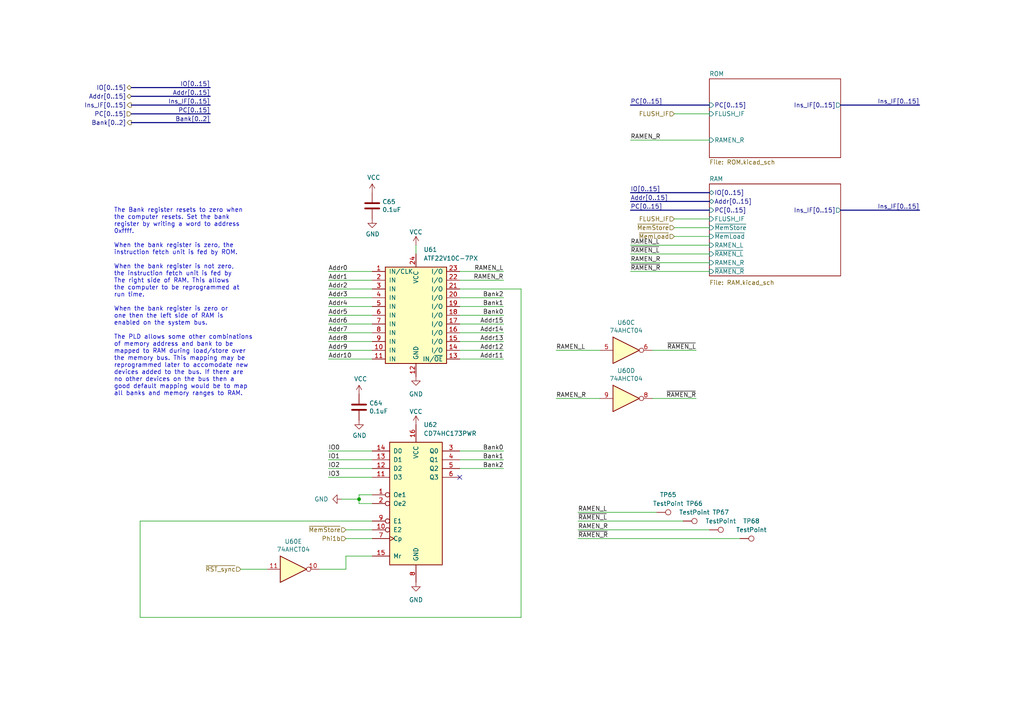
<source format=kicad_sch>
(kicad_sch (version 20250114) (generator "eeschema") (generator_version "9.0")
  (paper "A4")
  (title_block (date "2023-11-25") (rev "A"))
  (lib_symbols
    (symbol "Connector:TestPoint" (pin_numbers (hide yes)) (pin_names (offset 0.762) (hide yes))
      (property "Reference" "TP" (at 0 6.858 0))
      (property "Value" "TestPoint" (at 0 5.08 0))
      (symbol "TestPoint_0_1"
        (circle (center 0 3.302) (radius 0.762))
      )
      (symbol "TestPoint_1_1"
        (pin passive line (at 0 0 90) (length 2.54) (name "1") (number "1"))
      )
    )
    (symbol "Device:C" (pin_numbers (hide yes)) (pin_names (offset 0.254))
      (property "Reference" "C" (at 0.635 2.54 0))
      (property "Value" "C" (at 0.635 -2.54 0))
      (symbol "C_0_1"
        (polyline (pts (xy -2.032 0.762) (xy 2.032 0.762)) (stroke (width 0.508)))
        (polyline (pts (xy -2.032 -0.762) (xy 2.032 -0.762)) (stroke (width 0.508)))
      )
      (symbol "C_1_1"
        (pin passive line (at 0 3.81 270) (length 2.794) (name "~") (number "1"))
        (pin passive line (at 0 -3.81 90) (length 2.794) (name "~") (number "2"))
      )
    )
    (symbol "Turtle16:74AHCT04"
      (property "Reference" "U" (at 0 1.27 0))
      (property "Value" "74AHCT04" (at 0 -1.27 0))
      (symbol "74AHCT04_1_0"
        (polyline (pts (xy -3.81 3.81) (xy -3.81 -3.81) (xy 3.81 0) (xy -3.81 3.81)) (stroke (width 0.254)) (fill (type background)))
        (pin input line (at -7.62 0 0) (length 3.81) (name "~") (number "1"))
        (pin output inverted (at 7.62 0 180) (length 3.81) (name "~") (number "2"))
      )
      (symbol "74AHCT04_2_0"
        (polyline (pts (xy -3.81 3.81) (xy -3.81 -3.81) (xy 3.81 0) (xy -3.81 3.81)) (stroke (width 0.254)) (fill (type background)))
        (pin input line (at -7.62 0 0) (length 3.81) (name "~") (number "3"))
        (pin output inverted (at 7.62 0 180) (length 3.81) (name "~") (number "4"))
      )
      (symbol "74AHCT04_3_0"
        (polyline (pts (xy -3.81 3.81) (xy -3.81 -3.81) (xy 3.81 0) (xy -3.81 3.81)) (stroke (width 0.254)) (fill (type background)))
        (pin input line (at -7.62 0 0) (length 3.81) (name "~") (number "5"))
        (pin output inverted (at 7.62 0 180) (length 3.81) (name "~") (number "6"))
      )
      (symbol "74AHCT04_4_0"
        (polyline (pts (xy -3.81 3.81) (xy -3.81 -3.81) (xy 3.81 0) (xy -3.81 3.81)) (stroke (width 0.254)) (fill (type background)))
        (pin input line (at -7.62 0 0) (length 3.81) (name "~") (number "9"))
        (pin output inverted (at 7.62 0 180) (length 3.81) (name "~") (number "8"))
      )
      (symbol "74AHCT04_5_0"
        (polyline (pts (xy -3.81 3.81) (xy -3.81 -3.81) (xy 3.81 0) (xy -3.81 3.81)) (stroke (width 0.254)) (fill (type background)))
        (pin input line (at -7.62 0 0) (length 3.81) (name "~") (number "11"))
        (pin output inverted (at 7.62 0 180) (length 3.81) (name "~") (number "10"))
      )
      (symbol "74AHCT04_6_0"
        (polyline (pts (xy -3.81 3.81) (xy -3.81 -3.81) (xy 3.81 0) (xy -3.81 3.81)) (stroke (width 0.254)) (fill (type background)))
        (pin input line (at -7.62 0 0) (length 3.81) (name "~") (number "13"))
        (pin output inverted (at 7.62 0 180) (length 3.81) (name "~") (number "12"))
      )
      (symbol "74AHCT04_7_0"
        (pin power_in line (at 0 12.7 270) (length 5.08) (name "VCC") (number "14"))
        (pin power_in line (at 0 -12.7 90) (length 5.08) (name "GND") (number "7"))
      )
      (symbol "74AHCT04_7_1"
        (rectangle (start -5.08 7.62) (end 5.08 -7.62) (stroke (width 0.254)) (fill (type background)))
      )
    )
    (symbol "Turtle16:ATF22V10C" (pin_names (offset 1.016))
      (symbol "ATF22V10C_1_1"
        (rectangle (start -8.89 -15.24) (end 8.89 12.7) (stroke (width 0.254)) (fill (type background)))
        (pin input line (at -12.7 11.43 0) (length 3.81) (name "IN/CLK") (number "1"))
        (pin input line (at -12.7 8.89 0) (length 3.81) (name "IN") (number "2"))
        (pin input line (at -12.7 6.35 0) (length 3.81) (name "IN") (number "3"))
        (pin input line (at -12.7 3.81 0) (length 3.81) (name "IN") (number "4"))
        (pin input line (at -12.7 1.27 0) (length 3.81) (name "IN") (number "5"))
        (pin input line (at -12.7 -1.27 0) (length 3.81) (name "IN") (number "6"))
        (pin input line (at -12.7 -3.81 0) (length 3.81) (name "IN") (number "7"))
        (pin input line (at -12.7 -6.35 0) (length 3.81) (name "IN") (number "8"))
        (pin input line (at -12.7 -8.89 0) (length 3.81) (name "IN") (number "9"))
        (pin input line (at -12.7 -11.43 0) (length 3.81) (name "IN") (number "10"))
        (pin input line (at -12.7 -13.97 0) (length 3.81) (name "IN") (number "11"))
        (pin power_in line (at 0 16.51 270) (length 3.81) (name "VCC") (number "24"))
        (pin power_in line (at 0 -19.05 90) (length 3.81) (name "GND") (number "12"))
        (pin passive line (at 12.7 11.43 180) (length 3.81) (name "I/O") (number "23"))
        (pin passive line (at 12.7 8.89 180) (length 3.81) (name "I/O") (number "22"))
        (pin passive line (at 12.7 6.35 180) (length 3.81) (name "I/O") (number "21"))
        (pin passive line (at 12.7 3.81 180) (length 3.81) (name "I/O") (number "20"))
        (pin passive line (at 12.7 1.27 180) (length 3.81) (name "I/O") (number "19"))
        (pin passive line (at 12.7 -1.27 180) (length 3.81) (name "I/O") (number "18"))
        (pin passive line (at 12.7 -3.81 180) (length 3.81) (name "I/O") (number "17"))
        (pin passive line (at 12.7 -6.35 180) (length 3.81) (name "I/O") (number "16"))
        (pin passive line (at 12.7 -8.89 180) (length 3.81) (name "I/O") (number "15"))
        (pin passive line (at 12.7 -11.43 180) (length 3.81) (name "I/O") (number "14"))
        (pin input line (at 12.7 -13.97 180) (length 3.81) (name "IN/~{OE}") (number "13"))
      )
    )
    (symbol "Turtle16:CD74HC173PWR" (pin_names (offset 1.016))
      (property "Reference" "U" (at 8.89 21.59 0))
      (property "Value" "CD74HC173PWR" (at 8.89 19.05 0))
      (symbol "CD74HC173PWR_1_0"
        (pin input line (at -12.7 15.24 0) (length 5.08) (name "D0") (number "14"))
        (pin input line (at -12.7 12.7 0) (length 5.08) (name "D1") (number "13"))
        (pin input line (at -12.7 10.16 0) (length 5.08) (name "D2") (number "12"))
        (pin input line (at -12.7 7.62 0) (length 5.08) (name "D3") (number "11"))
        (pin input inverted (at -12.7 2.54 0) (length 5.08) (name "Oe1") (number "1"))
        (pin input inverted (at -12.7 0 0) (length 5.08) (name "Oe2") (number "2"))
        (pin input inverted (at -12.7 -5.08 0) (length 5.08) (name "E1") (number "9"))
        (pin input inverted (at -12.7 -7.62 0) (length 5.08) (name "E2") (number "10"))
        (pin input clock (at -12.7 -10.16 0) (length 5.08) (name "Cp") (number "7"))
        (pin input line (at -12.7 -15.24 0) (length 5.08) (name "Mr") (number "15"))
        (pin power_in line (at 0 22.86 270) (length 5.08) (name "VCC") (number "16"))
        (pin power_in line (at 0 -22.86 90) (length 5.08) (name "GND") (number "8"))
        (pin tri_state line (at 12.7 15.24 180) (length 5.08) (name "Q0") (number "3"))
        (pin tri_state line (at 12.7 12.7 180) (length 5.08) (name "Q1") (number "4"))
        (pin tri_state line (at 12.7 10.16 180) (length 5.08) (name "Q2") (number "5"))
        (pin tri_state line (at 12.7 7.62 180) (length 5.08) (name "Q3") (number "6"))
      )
      (symbol "CD74HC173PWR_1_1"
        (rectangle (start -7.62 17.78) (end 7.62 -17.78) (stroke (width 0.254)) (fill (type background)))
      )
    )
    (symbol "power:GND" (power) (pin_names (offset 0))
      (property "Value" "GND" (at 0 -3.81 0))
      (symbol "GND_0_1"
        (polyline (pts (xy 0 0) (xy 0 -1.27) (xy 1.27 -1.27) (xy 0 -2.54) (xy -1.27 -1.27) (xy 0 -1.27)))
      )
      (symbol "GND_1_1"
        (pin power_in line (at 0 0 270) (length 0) (hide yes) (name "GND") (number "1"))
      )
    )
    (symbol "power:VCC" (power) (pin_names (offset 0))
      (property "Value" "VCC" (at 0 3.81 0))
      (symbol "VCC_0_1"
        (polyline (pts (xy -0.762 1.27) (xy 0 2.54)))
        (polyline (pts (xy 0 2.54) (xy 0.762 1.27)))
        (polyline (pts (xy 0 0) (xy 0 2.54)))
      )
      (symbol "VCC_1_1"
        (pin power_in line (at 0 0 90) (length 0) (hide yes) (name "VCC") (number "1"))
      )
    )
  )
  (text "The Bank register resets to zero when\nthe computer resets. Set the bank\nregister by writing a word to address\n0xffff.\n\nWhen the bank register is zero, the\ninstruction fetch unit is fed by ROM.\n\nWhen the bank register is not zero,\nthe instruction fetch unit is fed by\nThe right side of RAM. This allows\nthe computer to be reprogrammed at\nrun time.\n\nWhen the bank register is zero or\none then the left side of RAM is\nenabled on the system bus.\n\nThe PLD allows some other combinations\nof memory address and bank to be\nmapped to RAM during load/store over\nthe memory bus. This mapping may be\nreprogrammed later to accomodate new\ndevices added to the bus. If there are\nno other devices on the bus then a\ngood default mapping would be to map\nall banks and memory ranges to RAM." (at 33.02 114.935 0) (effects (font (size 1.27 1.27)) (justify left bottom)))
  (junction (at 104.14 144.78))
  (no_connect (at 133.35 138.43))
  (wire (pts (xy 146.05 135.89) (xy 133.35 135.89)))
  (bus (pts (xy 243.84 60.96) (xy 266.7 60.96)))
  (wire (pts (xy 104.14 144.78) (xy 104.14 146.05)))
  (wire (pts (xy 95.25 135.89) (xy 107.95 135.89)))
  (wire (pts (xy 95.25 88.9) (xy 107.95 88.9)))
  (wire (pts (xy 146.05 78.74) (xy 133.35 78.74)))
  (bus (pts (xy 38.1 33.02) (xy 60.96 33.02)))
  (wire (pts (xy 100.33 165.1) (xy 100.33 161.29)))
  (bus (pts (xy 205.74 30.48) (xy 182.88 30.48)))
  (wire (pts (xy 95.25 138.43) (xy 107.95 138.43)))
  (wire (pts (xy 40.64 151.13) (xy 107.95 151.13)))
  (wire (pts (xy 95.25 133.35) (xy 107.95 133.35)))
  (bus (pts (xy 205.74 60.96) (xy 182.88 60.96)))
  (wire (pts (xy 95.25 130.81) (xy 107.95 130.81)))
  (wire (pts (xy 201.93 115.57) (xy 189.23 115.57)))
  (wire (pts (xy 182.88 40.64) (xy 205.74 40.64)))
  (wire (pts (xy 95.25 91.44) (xy 107.95 91.44)))
  (wire (pts (xy 146.05 91.44) (xy 133.35 91.44)))
  (wire (pts (xy 146.05 86.36) (xy 133.35 86.36)))
  (wire (pts (xy 146.05 104.14) (xy 133.35 104.14)))
  (wire (pts (xy 69.85 165.1) (xy 77.47 165.1)))
  (wire (pts (xy 95.25 81.28) (xy 107.95 81.28)))
  (wire (pts (xy 146.05 88.9) (xy 133.35 88.9)))
  (wire (pts (xy 99.06 144.78) (xy 104.14 144.78)))
  (wire (pts (xy 182.88 73.66) (xy 205.74 73.66)))
  (wire (pts (xy 146.05 133.35) (xy 133.35 133.35)))
  (bus (pts (xy 38.1 35.56) (xy 60.96 35.56)))
  (wire (pts (xy 95.25 101.6) (xy 107.95 101.6)))
  (wire (pts (xy 167.64 156.21) (xy 214.63 156.21)))
  (wire (pts (xy 195.58 68.58) (xy 205.74 68.58)))
  (wire (pts (xy 40.64 151.13) (xy 40.64 179.07)))
  (bus (pts (xy 205.74 55.88) (xy 182.88 55.88)))
  (wire (pts (xy 104.14 146.05) (xy 107.95 146.05)))
  (wire (pts (xy 151.13 83.82) (xy 151.13 179.07)))
  (wire (pts (xy 146.05 101.6) (xy 133.35 101.6)))
  (wire (pts (xy 133.35 83.82) (xy 151.13 83.82)))
  (bus (pts (xy 38.1 30.48) (xy 60.96 30.48)))
  (wire (pts (xy 146.05 99.06) (xy 133.35 99.06)))
  (bus (pts (xy 205.74 58.42) (xy 182.88 58.42)))
  (wire (pts (xy 195.58 33.02) (xy 205.74 33.02)))
  (wire (pts (xy 95.25 83.82) (xy 107.95 83.82)))
  (wire (pts (xy 146.05 81.28) (xy 133.35 81.28)))
  (wire (pts (xy 146.05 93.98) (xy 133.35 93.98)))
  (wire (pts (xy 182.88 78.74) (xy 205.74 78.74)))
  (wire (pts (xy 95.25 99.06) (xy 107.95 99.06)))
  (wire (pts (xy 95.25 104.14) (xy 107.95 104.14)))
  (wire (pts (xy 95.25 78.74) (xy 107.95 78.74)))
  (wire (pts (xy 92.71 165.1) (xy 100.33 165.1)))
  (wire (pts (xy 100.33 161.29) (xy 107.95 161.29)))
  (wire (pts (xy 120.65 71.12) (xy 120.65 73.66)))
  (wire (pts (xy 100.33 153.67) (xy 107.95 153.67)))
  (wire (pts (xy 95.25 96.52) (xy 107.95 96.52)))
  (wire (pts (xy 100.33 156.21) (xy 107.95 156.21)))
  (wire (pts (xy 182.88 71.12) (xy 205.74 71.12)))
  (wire (pts (xy 167.64 148.59) (xy 190.5 148.59)))
  (wire (pts (xy 95.25 86.36) (xy 107.95 86.36)))
  (wire (pts (xy 95.25 93.98) (xy 107.95 93.98)))
  (wire (pts (xy 195.58 63.5) (xy 205.74 63.5)))
  (wire (pts (xy 201.93 101.6) (xy 189.23 101.6)))
  (wire (pts (xy 167.64 151.13) (xy 198.12 151.13)))
  (bus (pts (xy 38.1 25.4) (xy 60.96 25.4)))
  (wire (pts (xy 146.05 130.81) (xy 133.35 130.81)))
  (wire (pts (xy 40.64 179.07) (xy 151.13 179.07)))
  (wire (pts (xy 167.64 153.67) (xy 205.74 153.67)))
  (wire (pts (xy 104.14 143.51) (xy 104.14 144.78)))
  (wire (pts (xy 161.29 101.6) (xy 173.99 101.6)))
  (bus (pts (xy 38.1 27.94) (xy 60.96 27.94)))
  (wire (pts (xy 107.95 143.51) (xy 104.14 143.51)))
  (wire (pts (xy 146.05 96.52) (xy 133.35 96.52)))
  (wire (pts (xy 182.88 76.2) (xy 205.74 76.2)))
  (bus (pts (xy 243.84 30.48) (xy 266.7 30.48)))
  (wire (pts (xy 161.29 115.57) (xy 173.99 115.57)))
  (wire (pts (xy 195.58 66.04) (xy 205.74 66.04)))
  (label "Addr15" (at 146.05 93.98 180))
  (label "~{RAMEN_L}" (at 182.88 73.66 0))
  (label "Addr7" (at 95.25 96.52 0))
  (label "Addr1" (at 95.25 81.28 0))
  (label "RAMEN_L" (at 167.64 148.59 0))
  (label "~{RAMEN_R}" (at 167.64 156.21 0))
  (label "RAMEN_L" (at 182.88 71.12 0))
  (label "Addr9" (at 95.25 101.6 0))
  (label "PC[0..15]" (at 182.88 30.48 0))
  (label "Addr13" (at 146.05 99.06 180))
  (label "RAMEN_R" (at 167.64 153.67 0))
  (label "Addr14" (at 146.05 96.52 180))
  (label "~{RAMEN_R}" (at 201.93 115.57 180))
  (label "Bank0" (at 146.05 91.44 180))
  (label "Addr[0..15]" (at 182.88 58.42 0))
  (label "Bank1" (at 146.05 133.35 180))
  (label "Addr3" (at 95.25 86.36 0))
  (label "Bank[0..2]" (at 60.96 35.56 180))
  (label "Addr6" (at 95.25 93.98 0))
  (label "Ins_IF[0..15]" (at 266.7 30.48 180))
  (label "RAMEN_L" (at 161.29 101.6 0))
  (label "RAMEN_R" (at 182.88 76.2 0))
  (label "IO2" (at 95.25 135.89 0))
  (label "Addr11" (at 146.05 104.14 180))
  (label "~{RAMEN_L}" (at 201.93 101.6 180))
  (label "Ins_IF[0..15]" (at 60.96 30.48 180))
  (label "~{RAMEN_L}" (at 167.64 151.13 0))
  (label "Addr10" (at 95.25 104.14 0))
  (label "Addr5" (at 95.25 91.44 0))
  (label "Ins_IF[0..15]" (at 266.7 60.96 180))
  (label "Bank0" (at 146.05 130.81 180))
  (label "Addr0" (at 95.25 78.74 0))
  (label "IO[0..15]" (at 60.96 25.4 180))
  (label "PC[0..15]" (at 60.96 33.02 180))
  (label "Addr8" (at 95.25 99.06 0))
  (label "Addr2" (at 95.25 83.82 0))
  (label "Bank2" (at 146.05 86.36 180))
  (label "RAMEN_R" (at 146.05 81.28 180))
  (label "Addr4" (at 95.25 88.9 0))
  (label "IO1" (at 95.25 133.35 0))
  (label "Bank1" (at 146.05 88.9 180))
  (label "IO[0..15]" (at 182.88 55.88 0))
  (label "Bank2" (at 146.05 135.89 180))
  (label "PC[0..15]" (at 182.88 60.96 0))
  (label "RAMEN_R" (at 161.29 115.57 0))
  (label "RAMEN_R" (at 182.88 40.64 0))
  (label "IO0" (at 95.25 130.81 0))
  (label "RAMEN_L" (at 146.05 78.74 180))
  (label "IO3" (at 95.25 138.43 0))
  (label "Addr[0..15]" (at 60.96 27.94 180))
  (label "~{RAMEN_R}" (at 182.88 78.74 0))
  (label "Addr12" (at 146.05 101.6 180))
  (hierarchical_label "Phi1b" (shape input) (at 100.33 156.21 180))
  (hierarchical_label "PC[0..15]" (shape input) (at 38.1 33.02 180))
  (hierarchical_label "~{MemStore}" (shape input) (at 100.33 153.67 180))
  (hierarchical_label "IO[0..15]" (shape tri_state) (at 38.1 25.4 180))
  (hierarchical_label "~{RST_sync}" (shape input) (at 69.85 165.1 180))
  (hierarchical_label "Addr[0..15]" (shape tri_state) (at 38.1 27.94 180))
  (hierarchical_label "Bank[0..2]" (shape output) (at 38.1 35.56 180))
  (hierarchical_label "~{MemStore}" (shape input) (at 195.58 66.04 180))
  (hierarchical_label "FLUSH_IF" (shape input) (at 195.58 33.02 180))
  (hierarchical_label "Ins_IF[0..15]" (shape output) (at 38.1 30.48 180))
  (hierarchical_label "~{MemLoad}" (shape input) (at 195.58 68.58 180))
  (hierarchical_label "FLUSH_IF" (shape input) (at 195.58 63.5 180))
  (symbol (lib_id "Turtle16:ATF22V10C") (at 120.65 90.17 0) (unit 1)
    (property "Reference" "U61" (at 122.8441 72.39 0) (effects (justify left)))
    (property "Value" "ATF22V10C-7PX" (at 122.8441 74.93 0) (effects (justify left)))
    (property "Footprint" "Package_DIP:DIP-24_W7.62mm_Socket" (effects (hide yes)))
    (property "Datasheet" "https://www.mouser.com/datasheet/2/268/doc0735-1369018.pdf" (effects (hide yes)))
    (property "Manufacturer" "Microchip Technology" (effects (hide yes)))
    (property "Manufacturer#" "ATF22V10C-7PX" (effects (hide yes)))
    (property "Mouser#" "556-AF22V10C7PX" (effects (hide yes)))
    (property "Digikey#" "ATF22V10C-7PX-ND" (effects (hide yes)))
  )
  (symbol (lib_id "power:GND") (at 104.14 121.92 0) (unit 1)
    (property "Reference" "#PWR0380" (effects (hide yes)))
    (property "Value" "GND" (at 104.267 126.3142 0))
  )
  (symbol (lib_id "Turtle16:74AHCT04") (at 181.61 115.57 0) (unit 4)
    (property "Reference" "U60" (at 181.61 107.5182 0))
    (property "Value" "74AHCT04" (at 181.61 109.8296 0))
    (property "Footprint" "Package_SO:TSSOP-14_4.4x5mm_P0.65mm" (effects (hide yes)))
    (property "Datasheet" "https://assets.nexperia.com/documents/data-sheet/74AHC_AHCT04.pdf" (effects (hide yes)))
    (property "Manufacturer" "Nexperia" (effects (hide yes)))
    (property "Manufacturer#" "74AHCT04APWJ" (effects (hide yes)))
    (property "Mouser#" "771-74AHCT04APWJ" (effects (hide yes)))
    (property "Digikey#" "1727-74AHCT04APWJCT-ND" (effects (hide yes)))
  )
  (symbol (lib_id "power:GND") (at 99.06 144.78 270) (unit 1)
    (property "Reference" "#PWR0378" (effects (hide yes)))
    (property "Value" "GND" (at 95.25 144.7799 90) (effects (justify right)))
  )
  (symbol (lib_id "Device:C") (at 107.95 59.69 0) (unit 1)
    (property "Reference" "C65" (at 110.871 58.5216 0) (effects (justify left)))
    (property "Value" "0.1uF" (at 110.871 60.833 0) (effects (justify left)))
    (property "Footprint" "Capacitor_SMD:C_0603_1608Metric" (effects (hide yes)))
    (property "Datasheet" "https://www.mouser.com/datasheet/2/396/taiyo_yuden_12132018_mlcc11_hq_e-1510082.pdf" (effects (hide yes)))
    (property "Manufacturer" "Taiyo Yuden" (effects (hide yes)))
    (property "Manufacturer#" "EMK107B7104KAHT" (effects (hide yes)))
    (property "Mouser#" "963-EMK107B7104KAHT" (effects (hide yes)))
    (property "Digikey#" "587-6004-1-ND" (effects (hide yes)))
  )
  (symbol (lib_id "Device:C") (at 104.14 118.11 0) (unit 1)
    (property "Reference" "C64" (at 107.061 116.9416 0) (effects (justify left)))
    (property "Value" "0.1uF" (at 107.061 119.253 0) (effects (justify left)))
    (property "Footprint" "Capacitor_SMD:C_0603_1608Metric" (effects (hide yes)))
    (property "Datasheet" "https://www.mouser.com/datasheet/2/396/taiyo_yuden_12132018_mlcc11_hq_e-1510082.pdf" (effects (hide yes)))
    (property "Manufacturer" "Taiyo Yuden" (effects (hide yes)))
    (property "Manufacturer#" "EMK107B7104KAHT" (effects (hide yes)))
    (property "Mouser#" "963-EMK107B7104KAHT" (effects (hide yes)))
    (property "Digikey#" "587-6004-1-ND" (effects (hide yes)))
  )
  (symbol (lib_id "Connector:TestPoint") (at 214.63 156.21 270) (mirror x) (unit 1) (in_bom no)
    (property "Reference" "TP68" (at 217.932 151.13 90))
    (property "Value" "TestPoint" (at 217.932 153.67 90))
    (property "Footprint" "TestPoint:TestPoint_Pad_D1.0mm" (effects (hide yes)))
  )
  (symbol (lib_id "Turtle16:74AHCT04") (at 85.09 165.1 0) (unit 5)
    (property "Reference" "U60" (at 85.09 157.0482 0))
    (property "Value" "74AHCT04" (at 85.09 159.3596 0))
    (property "Footprint" "Package_SO:TSSOP-14_4.4x5mm_P0.65mm" (effects (hide yes)))
    (property "Datasheet" "https://assets.nexperia.com/documents/data-sheet/74AHC_AHCT04.pdf" (effects (hide yes)))
    (property "Manufacturer" "Nexperia" (effects (hide yes)))
    (property "Manufacturer#" "74AHCT04APWJ" (effects (hide yes)))
    (property "Mouser#" "771-74AHCT04APWJ" (effects (hide yes)))
    (property "Digikey#" "1727-74AHCT04APWJCT-ND" (effects (hide yes)))
  )
  (symbol (lib_id "Turtle16:74AHCT04") (at 181.61 101.6 0) (unit 3)
    (property "Reference" "U60" (at 181.61 93.5482 0))
    (property "Value" "74AHCT04" (at 181.61 95.8596 0))
    (property "Footprint" "Package_SO:TSSOP-14_4.4x5mm_P0.65mm" (effects (hide yes)))
    (property "Datasheet" "https://assets.nexperia.com/documents/data-sheet/74AHC_AHCT04.pdf" (effects (hide yes)))
    (property "Manufacturer" "Nexperia" (effects (hide yes)))
    (property "Manufacturer#" "74AHCT04APWJ" (effects (hide yes)))
    (property "Mouser#" "771-74AHCT04APWJ" (effects (hide yes)))
    (property "Digikey#" "1727-74AHCT04APWJCT-ND" (effects (hide yes)))
  )
  (symbol (lib_id "power:GND") (at 120.65 168.91 0) (unit 1)
    (property "Reference" "#PWR0386" (effects (hide yes)))
    (property "Value" "GND" (at 120.65 173.99 0))
  )
  (symbol (lib_id "power:GND") (at 120.65 109.22 0) (unit 1)
    (property "Reference" "#PWR0384" (effects (hide yes)))
    (property "Value" "GND" (at 120.65 114.3 0))
  )
  (symbol (lib_id "Turtle16:CD74HC173PWR") (at 120.65 146.05 0) (unit 1)
    (property "Reference" "U62" (at 122.8441 123.19 0) (effects (justify left)))
    (property "Value" "CD74HC173PWR" (at 122.8441 125.73 0) (effects (justify left)))
    (property "Footprint" "Package_SO:TSSOP-16_4.4x5mm_P0.65mm" (effects (hide yes)))
    (property "Datasheet" "https://www.ti.com/general/docs/suppproductinfo.tsp?distId=26&gotoUrl=https://www.ti.com/lit/gpn/cd74hc173" (effects (hide yes)))
    (property "Manufacturer" "Texas Instruments" (effects (hide yes)))
    (property "Manufacturer#" "CD74HC173PWR" (effects (hide yes)))
    (property "Mouser#" "595-CD74HC173PWR" (effects (hide yes)))
    (property "Digikey#" "296-12792-1-ND" (effects (hide yes)))
  )
  (symbol (lib_id "Connector:TestPoint") (at 205.74 153.67 270) (mirror x) (unit 1) (in_bom no)
    (property "Reference" "TP67" (at 209.042 148.59 90))
    (property "Value" "TestPoint" (at 209.042 151.13 90))
    (property "Footprint" "TestPoint:TestPoint_Pad_D1.0mm" (effects (hide yes)))
  )
  (symbol (lib_id "power:VCC") (at 120.65 123.19 0) (unit 1)
    (property "Reference" "#PWR0385" (effects (hide yes)))
    (property "Value" "VCC" (at 120.65 119.38 0))
  )
  (symbol (lib_id "power:GND") (at 107.95 63.5 0) (unit 1)
    (property "Reference" "#PWR0382" (effects (hide yes)))
    (property "Value" "GND" (at 108.077 67.8942 0))
  )
  (symbol (lib_id "Connector:TestPoint") (at 190.5 148.59 270) (mirror x) (unit 1) (in_bom no)
    (property "Reference" "TP65" (at 193.802 143.51 90))
    (property "Value" "TestPoint" (at 193.802 146.05 90))
    (property "Footprint" "TestPoint:TestPoint_Pad_D1.0mm" (effects (hide yes)))
  )
  (symbol (lib_id "power:VCC") (at 104.14 114.3 0) (unit 1)
    (property "Reference" "#PWR0379" (effects (hide yes)))
    (property "Value" "VCC" (at 104.5718 109.9058 0))
  )
  (symbol (lib_id "power:VCC") (at 107.95 55.88 0) (unit 1)
    (property "Reference" "#PWR0381" (effects (hide yes)))
    (property "Value" "VCC" (at 108.3818 51.4858 0))
  )
  (symbol (lib_id "Connector:TestPoint") (at 198.12 151.13 270) (mirror x) (unit 1) (in_bom no)
    (property "Reference" "TP66" (at 201.422 146.05 90))
    (property "Value" "TestPoint" (at 201.422 148.59 90))
    (property "Footprint" "TestPoint:TestPoint_Pad_D1.0mm" (effects (hide yes)))
  )
  (symbol (lib_id "power:VCC") (at 120.65 71.12 0) (unit 1)
    (property "Reference" "#PWR0383" (effects (hide yes)))
    (property "Value" "VCC" (at 120.65 67.31 0))
  )
  (sheet (at 205.74 22.86) (size 38.1 22.86) (stroke (width 0.1524))
    (property "Sheetname" "ROM" (at 205.74 22.1484 0) (effects (justify left bottom)))
    (property "Sheetfile" "ROM.kicad_sch" (at 205.74 46.3046 0) (effects (justify left top)))
    (pin "RAMEN_R" input (at 205.74 40.64 180))
    (pin "FLUSH_IF" input (at 205.74 33.02 180))
    (pin "PC[0..15]" input (at 205.74 30.48 180))
    (pin "Ins_IF[0..15]" output (at 243.84 30.48 0))
  )
  (sheet (at 205.74 53.34) (size 38.1 26.67) (stroke (width 0.1524))
    (property "Sheetname" "RAM" (at 205.74 52.6284 0) (effects (justify left bottom)))
    (property "Sheetfile" "RAM.kicad_sch" (at 205.74 81.2296 0) (effects (justify left top)))
    (pin "Ins_IF[0..15]" output (at 243.84 60.96 0))
    (pin "IO[0..15]" tri_state (at 205.74 55.88 180))
    (pin "Addr[0..15]" tri_state (at 205.74 58.42 180))
    (pin "PC[0..15]" input (at 205.74 60.96 180))
    (pin "FLUSH_IF" input (at 205.74 63.5 180))
    (pin "~{MemStore}" input (at 205.74 66.04 180))
    (pin "~{MemLoad}" input (at 205.74 68.58 180))
    (pin "~{RAMEN_L}" input (at 205.74 73.66 180))
    (pin "~{RAMEN_R}" input (at 205.74 78.74 180))
    (pin "RAMEN_R" input (at 205.74 76.2 180))
    (pin "RAMEN_L" input (at 205.74 71.12 180))
  )
)
</source>
